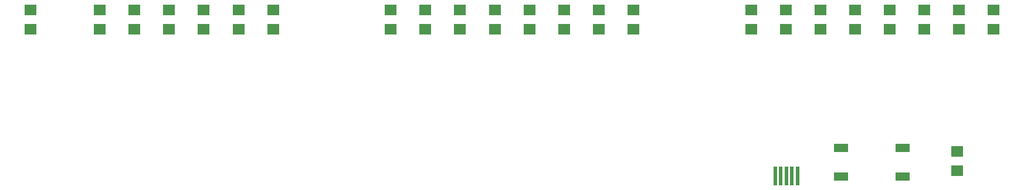
<source format=gtp>
%FSLAX42Y42*%
%MOMM*%
G71*
G01*
G75*
%ADD10C,0.30*%
%ADD11R,0.50X2.80*%
%ADD12R,2.10X1.30*%
%ADD13R,1.80X1.60*%
%ADD14C,0.40*%
%ADD15C,0.60*%
%ADD16C,0.50*%
%ADD17C,0.25*%
%ADD18C,2.00*%
%ADD19R,1.50X1.50*%
%ADD20O,1.40X1.50*%
%ADD21C,1.50*%
%ADD22C,1.40*%
%ADD23C,1.20*%
%ADD24C,0.90*%
%ADD25R,1.60X1.25*%
%ADD26R,1.10X1.00*%
%ADD27R,1.30X1.50*%
%ADD28R,1.00X0.85*%
%ADD29R,1.50X1.30*%
%ADD30R,1.00X0.50*%
%ADD31R,1.50X0.25*%
%ADD32C,0.80*%
%ADD33C,0.20*%
D11*
X11570Y-3325D02*
D03*
X11490D02*
D03*
X11410D02*
D03*
X11330D02*
D03*
X11250D02*
D03*
D12*
X13090Y-3335D02*
D03*
X12200D02*
D03*
X13090Y-2925D02*
D03*
X12200D02*
D03*
D13*
X13875Y-3255D02*
D03*
Y-2975D02*
D03*
X14400Y-1205D02*
D03*
Y-925D02*
D03*
X13900Y-1205D02*
D03*
Y-925D02*
D03*
X13400Y-1205D02*
D03*
Y-925D02*
D03*
X12900Y-1205D02*
D03*
Y-925D02*
D03*
X12400Y-1205D02*
D03*
Y-925D02*
D03*
X11900Y-1205D02*
D03*
Y-925D02*
D03*
X11400Y-1205D02*
D03*
Y-925D02*
D03*
X10900Y-1205D02*
D03*
Y-925D02*
D03*
X9200Y-1205D02*
D03*
Y-925D02*
D03*
X8700Y-1205D02*
D03*
Y-925D02*
D03*
X8200Y-1205D02*
D03*
Y-925D02*
D03*
X7700Y-1205D02*
D03*
Y-925D02*
D03*
X7200Y-1205D02*
D03*
Y-925D02*
D03*
X6700Y-1205D02*
D03*
Y-925D02*
D03*
X6200Y-1205D02*
D03*
Y-925D02*
D03*
X5700Y-1205D02*
D03*
Y-925D02*
D03*
X4000Y-1205D02*
D03*
Y-925D02*
D03*
X3500Y-1205D02*
D03*
Y-925D02*
D03*
X3000Y-1205D02*
D03*
Y-925D02*
D03*
X2500Y-1205D02*
D03*
Y-925D02*
D03*
X2000Y-1205D02*
D03*
Y-925D02*
D03*
X1500Y-1205D02*
D03*
Y-925D02*
D03*
X500Y-1205D02*
D03*
Y-925D02*
D03*
M02*

</source>
